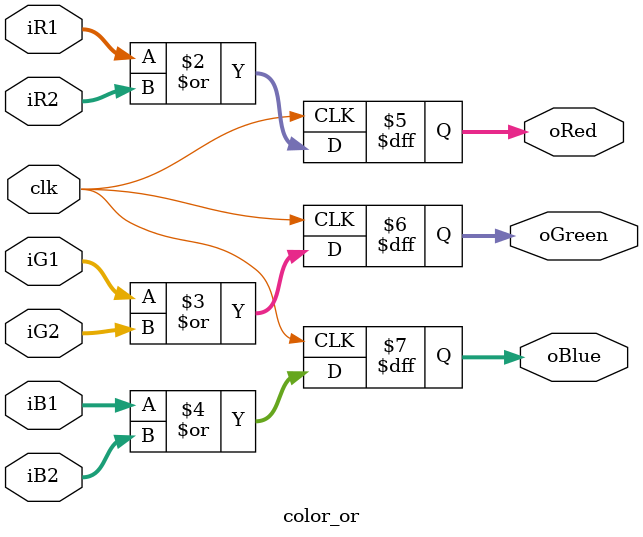
<source format=v>
module color_or
(
	input clk,
	input [3:0] iR1, iG1, iB1,
	input [3:0] iR2, iG2, iB2,
	
	output reg [3:0] oRed, oGreen, oBlue
);


always@(posedge clk)
begin
	oRed   <= iR1 | iR2;
	oGreen <= iG1 | iG2;
	oBlue  <= iB1 | iB2;
end

endmodule 
</source>
